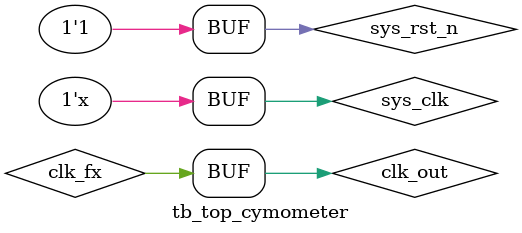
<source format=v>

                                                                                
// Verilog Test Bench template for design : top_cymometer
// 
// Simulation tool : ModelSim (Verilog)
// 

`timescale 1 ns/ 1 ns
`define  clk_period 20
module tb_top_cymometer();

// constants                                           
// general purpose registers
// test vector input registers
reg clk_fx;
reg sys_clk;
reg sys_rst_n;
// wires                                               
wire clk_out;
//wire [7:0]  seg7_d;
//wire [5:0]  seg7_w;

// assign statements (if any)                          


initial                                                
begin                                                  
// code that executes only once                        
// insert code here --> begin                          
    sys_rst_n = 1'b0;
    #(`clk_period * 10 + 1'b1);
    sys_rst_n = 1'b1;                                                       
// --> end                                             
$display("Running testbench");                       
end 

always clk_fx = clk_out;

initial sys_clk = 1'b1;                                                   
always #(`clk_period/2) sys_clk = ~sys_clk;                                               
// optional sensitivity list                           
// @(event1 or event2 or .... eventn)                  
// code executes for every event on sensitivity list   
// insert code here --> begin                          

top_cymometer i1 (
// port map - connection between master ports and signals/registers   
	.clk_fx(clk_fx),
	.clk_out(clk_out),
//	.seg7_d(seg7_d),
//	.seg7_w(seg7_w),
	.sys_clk(sys_clk),
	.sys_rst_n(sys_rst_n)
);
                                                          
// --> end                                             
endmodule


</source>
